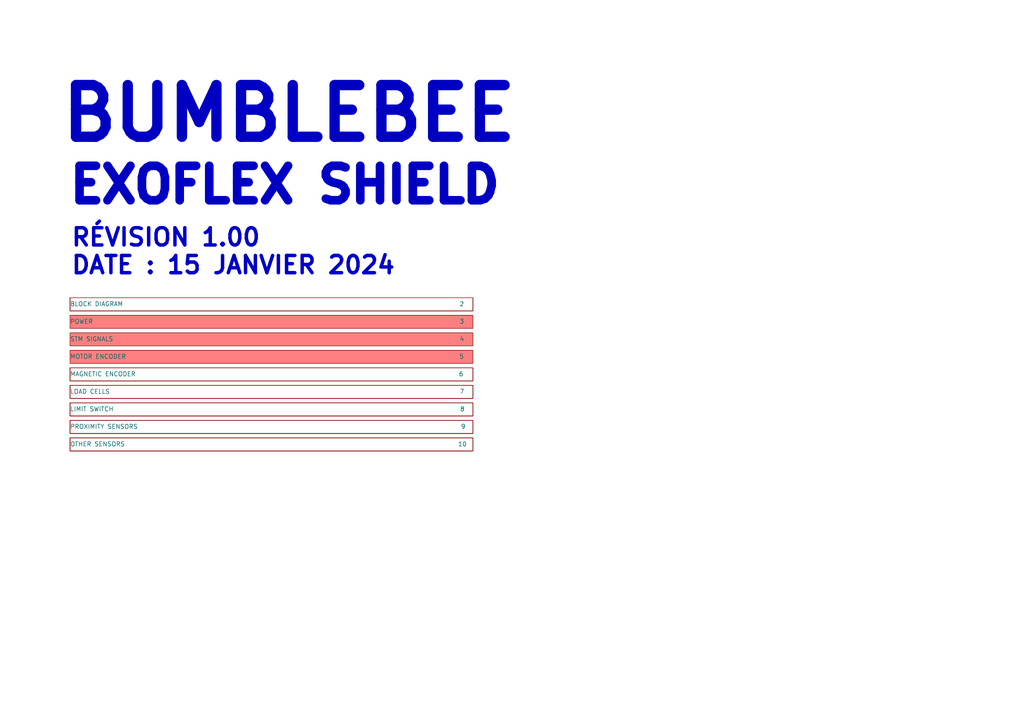
<source format=kicad_sch>
(kicad_sch (version 20211123) (generator eeschema)
  (paper "A4")
  (title_block (title "BUMBLEBEE") (date "2024-01-15") (rev "1.00") (company "ExoFlex") (comment 1 "Bumblebee") (comment 2 "Shield") (comment 3 "Micah-Élie Labrecque") (comment 4 "Patrice Dupéré"))
  (lib_symbols)
  (text "BUMBLEBEE" (at 16.51 41.91 0) (effects (font (size 15 15) (thickness 3) bold) (justify left bottom)))
  (text "EXOFLEX SHIELD" (at 19.05 59.69 0) (effects (font (size 10 10) (thickness 2.6) bold) (justify left bottom)))
  (text "RÉVISION 1.00\nDATE : 15 JANVIER 2024" (at 20.32 80.01 0) (effects (font (size 5 5) bold) (justify left bottom)))
  (sheet (at 20.32 106.68) (size 116.84 3.81) (stroke (width 0.1524))
    (property "Sheet name" "MAGNETIC ENCODER                                                                                                 6" (at 20.32 109.22 0) (effects (justify left bottom)))
    (property "Sheet file" "magneticencoder.kicad_sch" (effects hide))
  )
  (sheet (at 20.32 121.92) (size 116.84 3.81) (stroke (width 0.1524))
    (property "Sheet name" "PROXIMITY SENSORS                                                                                                 9                                                                                       " (at 20.32 124.46 0) (effects (justify left bottom)))
    (property "Sheet file" "proximitysensors.kicad_sch" (effects hide))
  )
  (sheet (at 20.32 96.52) (size 116.84 3.81) (stroke (width 0.1524)) (fill (color 253 0 0 0.5000))
    (property "Sheet name" "STM SIGNALS                                                                                                        4" (at 20.32 99.06 0) (effects (justify left bottom)))
    (property "Sheet file" "stmsignal.kicad_sch" (effects hide))
  )
  (sheet (at 20.32 111.76) (size 116.84 3.81) (stroke (width 0.1524))
    (property "Sheet name" "LOAD CELLS                                                                                                         7" (at 20.32 114.3 0) (effects (justify left bottom)))
    (property "Sheet file" "loadcells.kicad_sch" (effects hide))
  )
  (sheet (at 20.32 101.6) (size 116.84 3.81) (stroke (width 0.1524)) (fill (color 253 0 0 0.5000))
    (property "Sheet name" "MOTOR ENCODER                                                                                                    5" (at 20.32 104.14 0) (effects (justify left bottom)))
    (property "Sheet file" "motors.kicad_sch" (effects hide))
  )
  (sheet (at 20.32 127) (size 116.84 3.81) (stroke (width 0.1524))
    (property "Sheet name" "OTHER SENSORS                                                                                                    10" (at 20.32 129.54 0) (effects (justify left bottom)))
    (property "Sheet file" "currentsensors.kicad_sch" (effects hide))
  )
  (sheet (at 20.32 86.36) (size 116.84 3.81) (stroke (width 0.1524))
    (property "Sheet name" "BLOCK DIAGRAM                                                                                                     2" (at 20.32 88.9 0) (effects (justify left bottom)))
    (property "Sheet file" "blockdiagram.kicad_sch" (effects hide))
  )
  (sheet (at 20.32 91.44) (size 116.84 3.81) (stroke (width 0.1524)) (fill (color 253 0 0 0.5000))
    (property "Sheet name" "POWER                                                                                                              3" (at 20.32 93.98 0) (effects (justify left bottom)))
    (property "Sheet file" "power.kicad_sch" (effects hide))
  )
  (sheet (at 20.32 116.84) (size 116.84 3.81) (stroke (width 0.1524))
    (property "Sheet name" "LIMIT SWITCH                                                                                                        8" (at 20.32 119.38 0) (effects (justify left bottom)))
    (property "Sheet file" "sensors.kicad_sch" (effects hide))
  )
)
</source>
